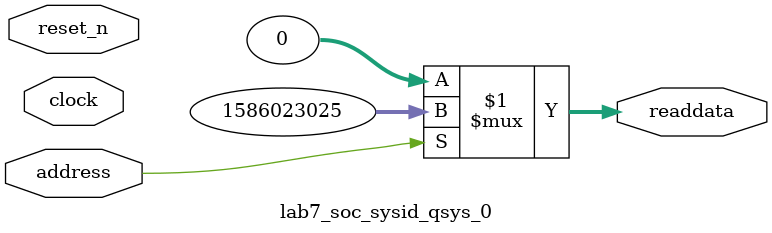
<source format=v>



// synthesis translate_off
`timescale 1ns / 1ps
// synthesis translate_on

// turn off superfluous verilog processor warnings 
// altera message_level Level1 
// altera message_off 10034 10035 10036 10037 10230 10240 10030 

module lab7_soc_sysid_qsys_0 (
               // inputs:
                address,
                clock,
                reset_n,

               // outputs:
                readdata
             )
;

  output  [ 31: 0] readdata;
  input            address;
  input            clock;
  input            reset_n;

  wire    [ 31: 0] readdata;
  //control_slave, which is an e_avalon_slave
  assign readdata = address ? 1586023025 : 0;

endmodule



</source>
